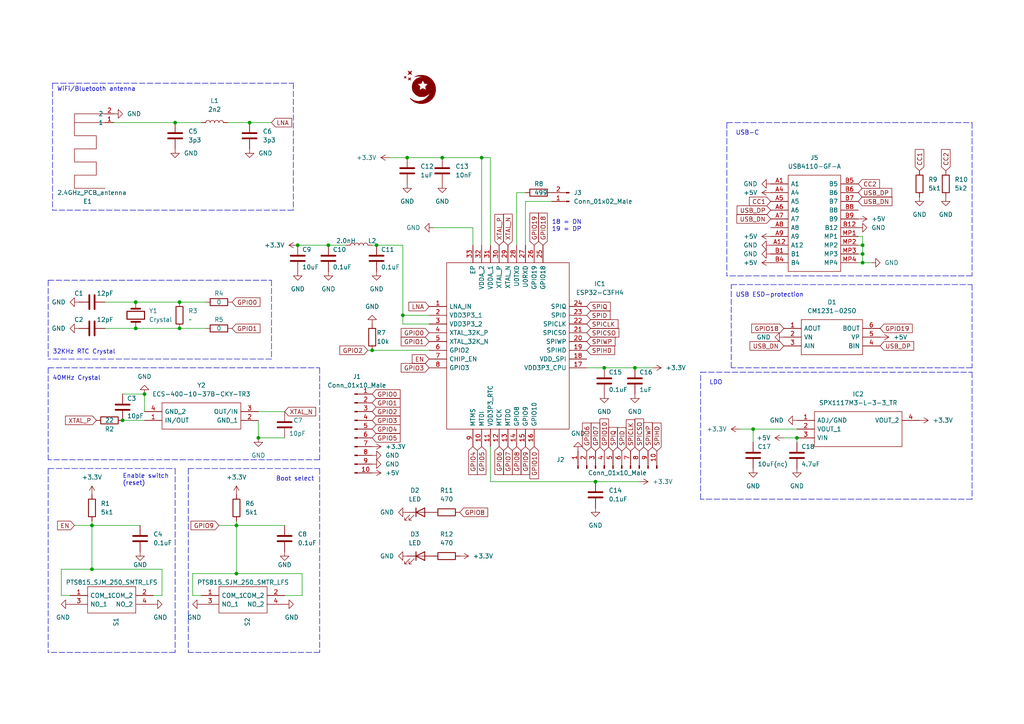
<source format=kicad_sch>
(kicad_sch (version 20211123) (generator eeschema)
  (paper "A4")
  (lib_symbols
    (symbol "Antennas:2.4GHz_PCB_antenna"
      (property "Reference" "E" (at 0 0 0))
      (property "Value" "2.4GHz_PCB_antenna" (at 0 -2.54 0))
      (symbol "2.4GHz_PCB_antenna_1_1"
        (pin bidirectional line (at 6.35 -6.35 270) (length 2.54) (name "1") (number "1"))
        (pin bidirectional line (at 3.81 -6.35 270) (length 2.54) (name "2") (number "2"))
      )
    )
    (symbol "CM1231-02SO:CM1231-02SO" (pin_names (offset 0.762))
      (property "Reference" "D" (at 24.13 7.62 0))
      (property "Value" "CM1231-02SO" (at 24.13 5.08 0))
      (symbol "CM1231-02SO_0_0"
        (pin passive line (at 0 0 0) (length 5.08) (name "AOUT") (number "1"))
        (pin passive line (at 0 -2.54 0) (length 5.08) (name "VN") (number "2"))
        (pin passive line (at 0 -5.08 0) (length 5.08) (name "AIN") (number "3"))
        (pin passive line (at 27.94 -5.08 180) (length 5.08) (name "BIN") (number "4"))
        (pin passive line (at 27.94 -2.54 180) (length 5.08) (name "VP") (number "5"))
        (pin passive line (at 27.94 0 180) (length 5.08) (name "BOUT") (number "6"))
      )
    )
    (symbol "Connector:Conn_01x02_Male" (pin_names (offset 1.016) hide)
      (property "Reference" "J" (at 0 2.54 0))
      (property "Value" "Conn_01x02_Male" (at 0 -5.08 0))
      (symbol "Conn_01x02_Male_1_1"
        (pin passive line (at 5.08 0 180) (length 3.81) (name "Pin_1") (number "1"))
        (pin passive line (at 5.08 -2.54 180) (length 3.81) (name "Pin_2") (number "2"))
      )
    )
    (symbol "Connector:Conn_01x10_Male" (pin_names (offset 1.016) hide)
      (property "Reference" "J" (at 0 12.7 0))
      (property "Value" "Conn_01x10_Male" (at 0 -15.24 0))
      (symbol "Conn_01x10_Male_1_1"
        (pin passive line (at 5.08 10.16 180) (length 3.81) (name "Pin_1") (number "1"))
        (pin passive line (at 5.08 -12.7 180) (length 3.81) (name "Pin_10") (number "10"))
        (pin passive line (at 5.08 7.62 180) (length 3.81) (name "Pin_2") (number "2"))
        (pin passive line (at 5.08 5.08 180) (length 3.81) (name "Pin_3") (number "3"))
        (pin passive line (at 5.08 2.54 180) (length 3.81) (name "Pin_4") (number "4"))
        (pin passive line (at 5.08 0 180) (length 3.81) (name "Pin_5") (number "5"))
        (pin passive line (at 5.08 -2.54 180) (length 3.81) (name "Pin_6") (number "6"))
        (pin passive line (at 5.08 -5.08 180) (length 3.81) (name "Pin_7") (number "7"))
        (pin passive line (at 5.08 -7.62 180) (length 3.81) (name "Pin_8") (number "8"))
        (pin passive line (at 5.08 -10.16 180) (length 3.81) (name "Pin_9") (number "9"))
      )
    )
    (symbol "Custom_Stars1:LOGO" (pin_names (offset 1.016)))
    (symbol "Device:C" (pin_numbers hide) (pin_names (offset 0.254))
      (property "Reference" "C" (at 0.635 2.54 0))
      (property "Value" "C" (at 0.635 -2.54 0))
      (symbol "C_1_1"
        (pin passive line (at 0 3.81 270) (length 2.794) (name "~") (number "1"))
        (pin passive line (at 0 -3.81 90) (length 2.794) (name "~") (number "2"))
      )
    )
    (symbol "Device:Crystal" (pin_numbers hide) (pin_names (offset 1.016) hide)
      (property "Reference" "Y" (at 0 3.81 0))
      (property "Value" "Crystal" (at 0 -3.81 0))
      (symbol "Crystal_1_1"
        (pin passive line (at -3.81 0 0) (length 1.27) (name "1") (number "1"))
        (pin passive line (at 3.81 0 180) (length 1.27) (name "2") (number "2"))
      )
    )
    (symbol "Device:L" (pin_numbers hide) (pin_names (offset 1.016) hide)
      (property "Reference" "L" (at -1.27 0 90))
      (property "Value" "L" (at 1.905 0 90))
      (symbol "L_1_1"
        (pin passive line (at 0 3.81 270) (length 1.27) (name "1") (number "1"))
        (pin passive line (at 0 -3.81 90) (length 1.27) (name "2") (number "2"))
      )
    )
    (symbol "Device:LED" (pin_numbers hide) (pin_names (offset 1.016) hide)
      (property "Reference" "D" (at 0 2.54 0))
      (property "Value" "LED" (at 0 -2.54 0))
      (symbol "LED_1_1"
        (pin passive line (at -3.81 0 0) (length 2.54) (name "K") (number "1"))
        (pin passive line (at 3.81 0 180) (length 2.54) (name "A") (number "2"))
      )
    )
    (symbol "Device:R" (pin_numbers hide) (pin_names (offset 0))
      (property "Reference" "R" (at 2.032 0 90))
      (property "Value" "R" (at 0 0 90))
      (symbol "R_1_1"
        (pin passive line (at 0 3.81 270) (length 1.27) (name "~") (number "1"))
        (pin passive line (at 0 -3.81 90) (length 1.27) (name "~") (number "2"))
      )
    )
    (symbol "ECS-400-10-37B-CKY-TR3:ECS-400-10-37B-CKY-TR3" (pin_names (offset 0.762))
      (property "Reference" "Y" (at 29.21 7.62 0))
      (property "Value" "ECS-400-10-37B-CKY-TR3" (at 29.21 5.08 0))
      (symbol "ECS-400-10-37B-CKY-TR3_0_0"
        (pin passive line (at 0 -2.54 0) (length 5.08) (name "IN/OUT") (number "1"))
        (pin passive line (at 33.02 -2.54 180) (length 5.08) (name "GND_1") (number "2"))
        (pin passive line (at 33.02 0 180) (length 5.08) (name "OUT/IN") (number "3"))
        (pin passive line (at 0 0 0) (length 5.08) (name "GND_2") (number "4"))
      )
    )
    (symbol "ESP32-C3FH4:ESP32-C3FH4" (pin_names (offset 0.762))
      (property "Reference" "IC" (at 41.91 17.78 0))
      (property "Value" "ESP32-C3FH4" (at 41.91 15.24 0))
      (symbol "ESP32-C3FH4_0_0"
        (pin passive line (at 0 0 0) (length 5.08) (name "LNA_IN") (number "1"))
        (pin passive line (at 15.24 -40.64 90) (length 5.08) (name "MTDI") (number "10"))
        (pin passive line (at 17.78 -40.64 90) (length 5.08) (name "VDD3P3_RTC") (number "11"))
        (pin passive line (at 20.32 -40.64 90) (length 5.08) (name "MTCK") (number "12"))
        (pin passive line (at 22.86 -40.64 90) (length 5.08) (name "MTDO") (number "13"))
        (pin passive line (at 25.4 -40.64 90) (length 5.08) (name "GPIO8") (number "14"))
        (pin passive line (at 27.94 -40.64 90) (length 5.08) (name "GPIO9") (number "15"))
        (pin passive line (at 30.48 -40.64 90) (length 5.08) (name "GPIO10") (number "16"))
        (pin passive line (at 45.72 -17.78 180) (length 5.08) (name "VDD3P3_CPU") (number "17"))
        (pin passive line (at 45.72 -15.24 180) (length 5.08) (name "VDD_SPI") (number "18"))
        (pin passive line (at 45.72 -12.7 180) (length 5.08) (name "SPIHD") (number "19"))
        (pin passive line (at 0 -2.54 0) (length 5.08) (name "VDD3P3_1") (number "2"))
        (pin passive line (at 45.72 -10.16 180) (length 5.08) (name "SPIWP") (number "20"))
        (pin passive line (at 45.72 -7.62 180) (length 5.08) (name "SPICS0") (number "21"))
        (pin passive line (at 45.72 -5.08 180) (length 5.08) (name "SPICLK") (number "22"))
        (pin passive line (at 45.72 -2.54 180) (length 5.08) (name "SPID") (number "23"))
        (pin passive line (at 45.72 0 180) (length 5.08) (name "SPIQ") (number "24"))
        (pin passive line (at 33.02 17.78 270) (length 5.08) (name "GPIO18") (number "25"))
        (pin passive line (at 30.48 17.78 270) (length 5.08) (name "GPIO19") (number "26"))
        (pin passive line (at 27.94 17.78 270) (length 5.08) (name "U0RXD") (number "27"))
        (pin passive line (at 25.4 17.78 270) (length 5.08) (name "U0TXD") (number "28"))
        (pin passive line (at 22.86 17.78 270) (length 5.08) (name "XTAL_N") (number "29"))
        (pin passive line (at 0 -5.08 0) (length 5.08) (name "VDD3P3_2") (number "3"))
        (pin passive line (at 20.32 17.78 270) (length 5.08) (name "XTAL_P") (number "30"))
        (pin passive line (at 17.78 17.78 270) (length 5.08) (name "VDDA_1") (number "31"))
        (pin passive line (at 15.24 17.78 270) (length 5.08) (name "VDDA_2") (number "32"))
        (pin passive line (at 12.7 17.78 270) (length 5.08) (name "EP") (number "33"))
        (pin passive line (at 0 -7.62 0) (length 5.08) (name "XTAL_32K_P") (number "4"))
        (pin passive line (at 0 -10.16 0) (length 5.08) (name "XTAL_32K_N") (number "5"))
        (pin passive line (at 0 -12.7 0) (length 5.08) (name "GPIO2") (number "6"))
        (pin passive line (at 0 -15.24 0) (length 5.08) (name "CHIP_EN") (number "7"))
        (pin passive line (at 0 -17.78 0) (length 5.08) (name "GPIO3") (number "8"))
        (pin passive line (at 12.7 -40.64 90) (length 5.08) (name "MTMS") (number "9"))
      )
    )
    (symbol "PTS815_SJM_250_SMTR_LFS:PTS815_SJM_250_SMTR_LFS" (pin_names (offset 0.762))
      (property "Reference" "S" (at 26.67 7.62 0))
      (property "Value" "PTS815_SJM_250_SMTR_LFS" (at 26.67 5.08 0))
      (symbol "PTS815_SJM_250_SMTR_LFS_0_0"
        (pin passive line (at 0 0 0) (length 5.08) (name "COM_1") (number "1"))
        (pin passive line (at 24.13 0 180) (length 5.08) (name "COM_2") (number "2"))
        (pin passive line (at 0 -2.54 0) (length 5.08) (name "NO_1") (number "3"))
        (pin passive line (at 24.13 -2.54 180) (length 5.08) (name "NO_2") (number "4"))
      )
    )
    (symbol "SPX1117M3-L-3-3_TR:SPX1117M3-L-3-3_TR" (pin_names (offset 0.762))
      (property "Reference" "IC" (at 31.75 7.62 0))
      (property "Value" "SPX1117M3-L-3-3_TR" (at 31.75 5.08 0))
      (symbol "SPX1117M3-L-3-3_TR_0_0"
        (pin passive line (at 0 0 0) (length 5.08) (name "ADJ/GND") (number "1"))
        (pin passive line (at 0 -2.54 0) (length 5.08) (name "VOUT_1") (number "2"))
        (pin passive line (at 0 -5.08 0) (length 5.08) (name "VIN") (number "3"))
        (pin passive line (at 35.56 0 180) (length 5.08) (name "VOUT_2") (number "4"))
      )
    )
    (symbol "USB4110-GF-A:USB4110-GF-A" (pin_names (offset 0.762))
      (property "Reference" "J" (at 21.59 7.62 0))
      (property "Value" "USB4110-GF-A" (at 21.59 5.08 0))
      (symbol "USB4110-GF-A_0_0"
        (pin passive line (at 0 0 0) (length 5.08) (name "A1") (number "A1"))
        (pin passive line (at 0 -17.78 0) (length 5.08) (name "A12") (number "A12"))
        (pin passive line (at 0 -2.54 0) (length 5.08) (name "A4") (number "A4"))
        (pin passive line (at 0 -5.08 0) (length 5.08) (name "A5") (number "A5"))
        (pin passive line (at 0 -7.62 0) (length 5.08) (name "A6") (number "A6"))
        (pin passive line (at 0 -10.16 0) (length 5.08) (name "A7") (number "A7"))
        (pin passive line (at 0 -12.7 0) (length 5.08) (name "A8") (number "A8"))
        (pin passive line (at 0 -15.24 0) (length 5.08) (name "A9") (number "A9"))
        (pin passive line (at 0 -20.32 0) (length 5.08) (name "B1") (number "B1"))
        (pin passive line (at 25.4 -12.7 180) (length 5.08) (name "B12") (number "B12"))
        (pin passive line (at 0 -22.86 0) (length 5.08) (name "B4") (number "B4"))
        (pin passive line (at 25.4 0 180) (length 5.08) (name "B5") (number "B5"))
        (pin passive line (at 25.4 -2.54 180) (length 5.08) (name "B6") (number "B6"))
        (pin passive line (at 25.4 -5.08 180) (length 5.08) (name "B7") (number "B7"))
        (pin passive line (at 25.4 -7.62 180) (length 5.08) (name "B8") (number "B8"))
        (pin passive line (at 25.4 -10.16 180) (length 5.08) (name "B9") (number "B9"))
        (pin passive line (at 25.4 -15.24 180) (length 5.08) (name "MP1") (number "MP1"))
        (pin passive line (at 25.4 -17.78 180) (length 5.08) (name "MP2") (number "MP2"))
        (pin passive line (at 25.4 -20.32 180) (length 5.08) (name "MP3") (number "MP3"))
        (pin passive line (at 25.4 -22.86 180) (length 5.08) (name "MP4") (number "MP4"))
      )
    )
    (symbol "power:+3.3V" (power) (pin_names (offset 0))
      (property "Value" "+3.3V" (at 0 3.556 0))
      (symbol "+3.3V_1_1"
        (pin power_in line (at 0 0 90) (length 0) hide (name "+3.3V") (number "1"))
      )
    )
    (symbol "power:+5V" (power) (pin_names (offset 0))
      (property "Value" "+5V" (at 0 3.556 0))
      (symbol "+5V_1_1"
        (pin power_in line (at 0 0 90) (length 0) hide (name "+5V") (number "1"))
      )
    )
    (symbol "power:GND" (power) (pin_names (offset 0))
      (property "Value" "GND" (at 0 -3.81 0))
      (symbol "GND_1_1"
        (pin power_in line (at 0 0 270) (length 0) hide (name "GND") (number "1"))
      )
    )
  )
  (junction (at 68.58 166.37))
  (junction (at 118.11 45.72))
  (junction (at 109.22 71.12))
  (junction (at 95.25 71.12))
  (junction (at 26.67 165.1))
  (junction (at 39.37 95.25))
  (junction (at 52.07 87.63))
  (junction (at 172.72 139.7))
  (junction (at 39.37 87.63))
  (junction (at 52.07 95.25))
  (junction (at 26.67 152.4))
  (junction (at 35.56 121.92))
  (junction (at 72.39 35.56))
  (junction (at 116.84 91.44))
  (junction (at 128.27 45.72))
  (junction (at 74.93 127))
  (junction (at 250.19 73.66))
  (junction (at 175.26 106.68))
  (junction (at 250.19 76.2))
  (junction (at 218.44 124.46))
  (junction (at 184.15 106.68))
  (junction (at 250.19 71.12))
  (junction (at 86.36 71.12))
  (junction (at 139.7 45.72))
  (junction (at 68.58 152.4))
  (junction (at 231.14 127))
  (junction (at 41.91 114.3))
  (junction (at 50.8 35.56))
  (junction (at 107.95 101.6))
  (wire (pts (xy 35.56 121.92) (xy 41.91 121.92)))
  (wire (pts (xy 137.16 71.12) (xy 137.16 66.04)))
  (wire (pts (xy 250.19 73.66) (xy 250.19 76.2)))
  (wire (pts (xy 17.78 165.1) (xy 17.78 172.72)))
  (wire (pts (xy 231.14 127) (xy 231.14 128.27)))
  (polyline (pts (xy 203.2 144.78) (xy 203.2 107.95)))
  (wire (pts (xy 21.59 152.4) (xy 26.67 152.4)))
  (wire (pts (xy 46.99 172.72) (xy 44.45 172.72)))
  (wire (pts (xy 87.63 166.37) (xy 87.63 172.72)))
  (wire (pts (xy 39.37 95.25) (xy 52.07 95.25)))
  (wire (pts (xy 248.92 76.2) (xy 250.19 76.2)))
  (wire (pts (xy 86.36 71.12) (xy 95.25 71.12)))
  (wire (pts (xy 218.44 124.46) (xy 231.14 124.46)))
  (wire (pts (xy 139.7 71.12) (xy 139.7 45.72)))
  (polyline (pts (xy 85.09 24.13) (xy 85.09 60.96)))
  (wire (pts (xy 152.4 71.12) (xy 152.4 58.42)))
  (wire (pts (xy 214.63 124.46) (xy 218.44 124.46)))
  (wire (pts (xy 142.24 139.7) (xy 172.72 139.7)))
  (polyline (pts (xy 281.94 107.95) (xy 281.94 144.78)))
  (wire (pts (xy 107.95 71.12) (xy 109.22 71.12)))
  (polyline (pts (xy 13.97 106.68) (xy 13.97 133.35)))
  (polyline (pts (xy 54.61 135.89) (xy 54.61 189.23)))
  (wire (pts (xy 106.68 101.6) (xy 107.95 101.6)))
  (polyline (pts (xy 85.09 60.96) (xy 15.24 60.96)))
  (wire (pts (xy 20.32 172.72) (xy 17.78 172.72)))
  (wire (pts (xy 87.63 172.72) (xy 82.55 172.72)))
  (polyline (pts (xy 203.2 107.95) (xy 281.94 107.95)))
  (wire (pts (xy 82.55 119.38) (xy 74.93 119.38)))
  (wire (pts (xy 142.24 71.12) (xy 142.24 45.72)))
  (wire (pts (xy 33.02 35.56) (xy 50.8 35.56)))
  (polyline (pts (xy 281.94 80.01) (xy 210.82 80.01)))
  (polyline (pts (xy 13.97 81.28) (xy 78.74 81.28)))
  (polyline (pts (xy 92.71 133.35) (xy 13.97 133.35)))
  (polyline (pts (xy 92.71 135.89) (xy 92.71 189.23)))
  (polyline (pts (xy 13.97 81.28) (xy 13.97 104.14)))
  (wire (pts (xy 149.86 55.88) (xy 152.4 55.88)))
  (wire (pts (xy 63.5 152.4) (xy 68.58 152.4)))
  (polyline (pts (xy 92.71 106.68) (xy 92.71 133.35)))
  (wire (pts (xy 113.03 45.72) (xy 118.11 45.72)))
  (polyline (pts (xy 15.24 24.13) (xy 15.24 60.96)))
  (wire (pts (xy 184.15 106.68) (xy 189.23 106.68)))
  (wire (pts (xy 30.48 95.25) (xy 39.37 95.25)))
  (wire (pts (xy 172.72 139.7) (xy 185.42 139.7)))
  (wire (pts (xy 248.92 71.12) (xy 250.19 71.12)))
  (wire (pts (xy 82.55 152.4) (xy 68.58 152.4)))
  (wire (pts (xy 41.91 114.3) (xy 41.91 119.38)))
  (polyline (pts (xy 281.94 144.78) (xy 203.2 144.78)))
  (wire (pts (xy 50.8 35.56) (xy 58.42 35.56)))
  (wire (pts (xy 68.58 151.13) (xy 68.58 152.4)))
  (wire (pts (xy 227.33 127) (xy 231.14 127)))
  (wire (pts (xy 35.56 114.3) (xy 41.91 114.3)))
  (wire (pts (xy 66.04 35.56) (xy 72.39 35.56)))
  (wire (pts (xy 74.93 121.92) (xy 74.93 127)))
  (wire (pts (xy 125.73 66.04) (xy 137.16 66.04)))
  (wire (pts (xy 74.93 127) (xy 82.55 127)))
  (wire (pts (xy 68.58 166.37) (xy 87.63 166.37)))
  (wire (pts (xy 175.26 106.68) (xy 184.15 106.68)))
  (polyline (pts (xy 54.61 135.89) (xy 92.71 135.89)))
  (wire (pts (xy 26.67 151.13) (xy 26.67 152.4)))
  (polyline (pts (xy 78.74 104.14) (xy 13.97 104.14)))
  (wire (pts (xy 52.07 95.25) (xy 59.69 95.25)))
  (wire (pts (xy 128.27 45.72) (xy 139.7 45.72)))
  (wire (pts (xy 116.84 91.44) (xy 124.46 91.44)))
  (polyline (pts (xy 281.94 82.55) (xy 281.94 106.68)))
  (wire (pts (xy 26.67 152.4) (xy 26.67 165.1)))
  (wire (pts (xy 116.84 93.98) (xy 116.84 91.44)))
  (wire (pts (xy 39.37 87.63) (xy 52.07 87.63)))
  (polyline (pts (xy 50.8 189.23) (xy 13.97 189.23)))
  (wire (pts (xy 152.4 58.42) (xy 160.02 58.42)))
  (polyline (pts (xy 210.82 35.56) (xy 281.94 35.56)))
  (wire (pts (xy 250.19 76.2) (xy 252.73 76.2)))
  (wire (pts (xy 17.78 165.1) (xy 26.67 165.1)))
  (wire (pts (xy 124.46 93.98) (xy 116.84 93.98)))
  (wire (pts (xy 142.24 129.54) (xy 142.24 139.7)))
  (wire (pts (xy 250.19 71.12) (xy 250.19 73.66)))
  (wire (pts (xy 218.44 128.27) (xy 218.44 124.46)))
  (polyline (pts (xy 212.09 82.55) (xy 281.94 82.55)))
  (wire (pts (xy 248.92 73.66) (xy 250.19 73.66)))
  (wire (pts (xy 95.25 71.12) (xy 100.33 71.12)))
  (wire (pts (xy 55.88 172.72) (xy 55.88 166.37)))
  (polyline (pts (xy 13.97 106.68) (xy 92.71 106.68)))
  (polyline (pts (xy 15.24 24.13) (xy 85.09 24.13)))
  (polyline (pts (xy 78.74 81.28) (xy 78.74 104.14)))
  (wire (pts (xy 139.7 45.72) (xy 142.24 45.72)))
  (wire (pts (xy 149.86 71.12) (xy 149.86 55.88)))
  (wire (pts (xy 30.48 87.63) (xy 39.37 87.63)))
  (polyline (pts (xy 281.94 106.68) (xy 212.09 106.68)))
  (polyline (pts (xy 13.97 135.89) (xy 50.8 135.89)))
  (wire (pts (xy 107.95 101.6) (xy 124.46 101.6)))
  (wire (pts (xy 109.22 71.12) (xy 116.84 71.12)))
  (wire (pts (xy 58.42 172.72) (xy 55.88 172.72)))
  (wire (pts (xy 118.11 45.72) (xy 128.27 45.72)))
  (polyline (pts (xy 210.82 35.56) (xy 210.82 80.01)))
  (polyline (pts (xy 92.71 189.23) (xy 54.61 189.23)))
  (polyline (pts (xy 13.97 135.89) (xy 13.97 189.23)))
  (polyline (pts (xy 50.8 135.89) (xy 50.8 189.23)))
  (wire (pts (xy 170.18 106.68) (xy 175.26 106.68)))
  (wire (pts (xy 72.39 35.56) (xy 78.74 35.56)))
  (wire (pts (xy 68.58 152.4) (xy 68.58 166.37)))
  (wire (pts (xy 55.88 166.37) (xy 68.58 166.37)))
  (wire (pts (xy 248.92 68.58) (xy 250.19 68.58)))
  (wire (pts (xy 116.84 91.44) (xy 116.84 71.12)))
  (wire (pts (xy 46.99 165.1) (xy 46.99 172.72)))
  (wire (pts (xy 52.07 87.63) (xy 59.69 87.63)))
  (polyline (pts (xy 212.09 106.68) (xy 212.09 82.55)))
  (wire (pts (xy 26.67 165.1) (xy 46.99 165.1)))
  (wire (pts (xy 250.19 68.58) (xy 250.19 71.12)))
  (wire (pts (xy 40.64 152.4) (xy 26.67 152.4)))
  (polyline (pts (xy 281.94 35.56) (xy 281.94 80.01)))
  (text "LDO\n" (at 205.74 111.76 0) (effects (font (size 1.27 1.27)) (justify left bottom)))
  (text "32KHz RTC Crystal\n" (at 15.24 102.87 0) (effects (font (size 1.27 1.27)) (justify left bottom)))
  (text "USB-C" (at 213.36 39.37 0) (effects (font (size 1.27 1.27)) (justify left bottom)))
  (text "Enable switch\n(reset)\n" (at 35.56 140.97 0) (effects (font (size 1.27 1.27)) (justify left bottom)))
  (text "40MHz Crystal" (at 15.24 110.49 0) (effects (font (size 1.27 1.27)) (justify left bottom)))
  (text "18 = DN\n19 = DP" (at 160.02 67.31 0) (effects (font (size 1.27 1.27)) (justify left bottom)))
  (text "Boot select" (at 80.01 139.7 0) (effects (font (size 1.27 1.27)) (justify left bottom)))
  (text "USB ESD-protection\n" (at 213.36 86.36 0) (effects (font (size 1.27 1.27)) (justify left bottom)))
  (text "WiFi/Bluetooth antenna" (at 16.51 26.67 0) (effects (font (size 1.27 1.27)) (justify left bottom)))
  (global_label "CC1" (shape input) (at 223.52 58.42 180) (property "Intersheet References" "${INTERSHEET_REFS}" (effects hide)))
  (global_label "GPIO2" (shape input) (at 107.95 119.38 0) (property "Intersheet References" "${INTERSHEET_REFS}" (effects hide)))
  (global_label "GPIO8" (shape input) (at 133.35 148.59 0) (property "Intersheet References" "${INTERSHEET_REFS}" (effects hide)))
  (global_label "SPIHD" (shape input) (at 190.5 130.81 90) (property "Intersheet References" "${INTERSHEET_REFS}" (effects hide)))
  (global_label "GPIO0" (shape input) (at 67.31 87.63 0) (property "Intersheet References" "${INTERSHEET_REFS}" (effects hide)))
  (global_label "SPIWP" (shape input) (at 187.96 130.81 90) (property "Intersheet References" "${INTERSHEET_REFS}" (effects hide)))
  (global_label "GPIO1" (shape input) (at 107.95 116.84 0) (property "Intersheet References" "${INTERSHEET_REFS}" (effects hide)))
  (global_label "SPIQ" (shape input) (at 170.18 88.9 0) (property "Intersheet References" "${INTERSHEET_REFS}" (effects hide)))
  (global_label "GPIO2" (shape input) (at 106.68 101.6 180) (property "Intersheet References" "${INTERSHEET_REFS}" (effects hide)))
  (global_label "GPIO5" (shape input) (at 139.7 129.54 270) (property "Intersheet References" "${INTERSHEET_REFS}" (effects hide)))
  (global_label "LNA" (shape input) (at 78.74 35.56 0) (property "Intersheet References" "${INTERSHEET_REFS}" (effects hide)))
  (global_label "SPICLK" (shape input) (at 182.88 130.81 90) (property "Intersheet References" "${INTERSHEET_REFS}" (effects hide)))
  (global_label "GPIO1" (shape input) (at 124.46 99.06 180) (property "Intersheet References" "${INTERSHEET_REFS}" (effects hide)))
  (global_label "GPIO1" (shape input) (at 67.31 95.25 0) (property "Intersheet References" "${INTERSHEET_REFS}" (effects hide)))
  (global_label "SPIQ" (shape input) (at 177.8 130.81 90) (property "Intersheet References" "${INTERSHEET_REFS}" (effects hide)))
  (global_label "USB_DP" (shape input) (at 248.92 55.88 0) (property "Intersheet References" "${INTERSHEET_REFS}" (effects hide)))
  (global_label "XTAL_P" (shape input) (at 27.94 121.92 180) (property "Intersheet References" "${INTERSHEET_REFS}" (effects hide)))
  (global_label "USB_DN" (shape input) (at 223.52 63.5 180) (property "Intersheet References" "${INTERSHEET_REFS}" (effects hide)))
  (global_label "SPID" (shape input) (at 180.34 130.81 90) (property "Intersheet References" "${INTERSHEET_REFS}" (effects hide)))
  (global_label "GPIO6" (shape input) (at 144.78 129.54 270) (property "Intersheet References" "${INTERSHEET_REFS}" (effects hide)))
  (global_label "XTAL_N" (shape input) (at 82.55 119.38 0) (property "Intersheet References" "${INTERSHEET_REFS}" (effects hide)))
  (global_label "SPICLK" (shape input) (at 170.18 93.98 0) (property "Intersheet References" "${INTERSHEET_REFS}" (effects hide)))
  (global_label "USB_DN" (shape input) (at 248.92 58.42 0) (property "Intersheet References" "${INTERSHEET_REFS}" (effects hide)))
  (global_label "GPIO19" (shape input) (at 154.94 71.12 90) (property "Intersheet References" "${INTERSHEET_REFS}" (effects hide)))
  (global_label "GPIO18" (shape input) (at 157.48 71.12 90) (property "Intersheet References" "${INTERSHEET_REFS}" (effects hide)))
  (global_label "EN" (shape input) (at 124.46 104.14 180) (property "Intersheet References" "${INTERSHEET_REFS}" (effects hide)))
  (global_label "LNA" (shape input) (at 124.46 88.9 180) (property "Intersheet References" "${INTERSHEET_REFS}" (effects hide)))
  (global_label "GPIO5" (shape input) (at 107.95 127 0) (property "Intersheet References" "${INTERSHEET_REFS}" (effects hide)))
  (global_label "USB_DN" (shape input) (at 227.33 100.33 180) (property "Intersheet References" "${INTERSHEET_REFS}" (effects hide)))
  (global_label "GPIO9" (shape input) (at 63.5 152.4 180) (property "Intersheet References" "${INTERSHEET_REFS}" (effects hide)))
  (global_label "EN" (shape input) (at 21.59 152.4 180) (property "Intersheet References" "${INTERSHEET_REFS}" (effects hide)))
  (global_label "SPID" (shape input) (at 170.18 91.44 0) (property "Intersheet References" "${INTERSHEET_REFS}" (effects hide)))
  (global_label "SPIWP" (shape input) (at 170.18 99.06 0) (property "Intersheet References" "${INTERSHEET_REFS}" (effects hide)))
  (global_label "USB_DP" (shape input) (at 223.52 60.96 180) (property "Intersheet References" "${INTERSHEET_REFS}" (effects hide)))
  (global_label "GPIO0" (shape input) (at 107.95 114.3 0) (property "Intersheet References" "${INTERSHEET_REFS}" (effects hide)))
  (global_label "GPIO4" (shape input) (at 137.16 129.54 270) (property "Intersheet References" "${INTERSHEET_REFS}" (effects hide)))
  (global_label "CC2" (shape input) (at 248.92 53.34 0) (property "Intersheet References" "${INTERSHEET_REFS}" (effects hide)))
  (global_label "GPIO0" (shape input) (at 124.46 96.52 180) (property "Intersheet References" "${INTERSHEET_REFS}" (effects hide)))
  (global_label "XTAL_N" (shape input) (at 147.32 71.12 90) (property "Intersheet References" "${INTERSHEET_REFS}" (effects hide)))
  (global_label "GPIO7" (shape input) (at 172.72 130.81 90) (property "Intersheet References" "${INTERSHEET_REFS}" (effects hide)))
  (global_label "SPIHD" (shape input) (at 170.18 101.6 0) (property "Intersheet References" "${INTERSHEET_REFS}" (effects hide)))
  (global_label "GPIO10" (shape input) (at 175.26 130.81 90) (property "Intersheet References" "${INTERSHEET_REFS}" (effects hide)))
  (global_label "USB_DP" (shape input) (at 255.27 100.33 0) (property "Intersheet References" "${INTERSHEET_REFS}" (effects hide)))
  (global_label "GPIO8" (shape input) (at 149.86 129.54 270) (property "Intersheet References" "${INTERSHEET_REFS}" (effects hide)))
  (global_label "GPIO4" (shape input) (at 107.95 124.46 0) (property "Intersheet References" "${INTERSHEET_REFS}" (effects hide)))
  (global_label "GPIO3" (shape input) (at 124.46 106.68 180) (property "Intersheet References" "${INTERSHEET_REFS}" (effects hide)))
  (global_label "SPICSO" (shape input) (at 185.42 130.81 90) (property "Intersheet References" "${INTERSHEET_REFS}" (effects hide)))
  (global_label "XTAL_P" (shape input) (at 144.78 71.12 90) (property "Intersheet References" "${INTERSHEET_REFS}" (effects hide)))
  (global_label "SPICSO" (shape input) (at 170.18 96.52 0) (property "Intersheet References" "${INTERSHEET_REFS}" (effects hide)))
  (global_label "GPIO10" (shape input) (at 154.94 129.54 270) (property "Intersheet References" "${INTERSHEET_REFS}" (effects hide)))
  (global_label "CC2" (shape input) (at 274.32 49.53 90) (property "Intersheet References" "${INTERSHEET_REFS}" (effects hide)))
  (global_label "GPIO7" (shape input) (at 147.32 129.54 270) (property "Intersheet References" "${INTERSHEET_REFS}" (effects hide)))
  (global_label "GPIO6" (shape input) (at 170.18 130.81 90) (property "Intersheet References" "${INTERSHEET_REFS}" (effects hide)))
  (global_label "GPIO18" (shape input) (at 227.33 95.25 180) (property "Intersheet References" "${INTERSHEET_REFS}" (effects hide)))
  (global_label "GPIO9" (shape input) (at 152.4 129.54 270) (property "Intersheet References" "${INTERSHEET_REFS}" (effects hide)))
  (global_label "GPIO19" (shape input) (at 255.27 95.25 0) (property "Intersheet References" "${INTERSHEET_REFS}" (effects hide)))
  (global_label "CC1" (shape input) (at 266.7 49.53 90) (property "Intersheet References" "${INTERSHEET_REFS}" (effects hide)))
  (global_label "GPIO3" (shape input) (at 107.95 121.92 0) (property "Intersheet References" "${INTERSHEET_REFS}" (effects hide)))
  (symbol (lib_id "power:GND") (at 118.11 161.29 270) (unit 1)
    (property "Reference" "#PWR02" (effects hide))
    (property "Value" "GND" (at 114.3 161.2899 90) (effects (justify right)))
  )
  (symbol (lib_id "Device:R") (at 156.21 55.88 270) (unit 1)
    (property "Reference" "R8" (at 154.94 53.34 90) (effects (justify left)))
    (property "Value" "499" (at 154.94 55.88 90) (effects (justify left)))
    (property "Footprint" "Resistor_SMD:R_0402_1005Metric" (effects hide))
  )
  (symbol (lib_id "power:+5V") (at 248.92 63.5 270) (unit 1)
    (property "Reference" "#PWR0119" (effects hide))
    (property "Value" "+5V" (at 252.73 63.4999 90) (effects (justify left)))
  )
  (symbol (lib_id "power:+5V") (at 223.52 55.88 90) (unit 1)
    (property "Reference" "#PWR0124" (effects hide))
    (property "Value" "+5V" (at 219.71 55.8799 90) (effects (justify left)))
  )
  (symbol (lib_id "Custom_Stars1:LOGO") (at 121.92 25.4 0) (unit 1)
    (property "Reference" "#G1" (effects hide))
    (property "Value" "LOGO" (effects hide))
  )
  (symbol (lib_id "Device:C") (at 86.36 74.93 0) (unit 1)
    (property "Reference" "C9" (at 87.63 72.39 0) (effects (justify left)))
    (property "Value" "10uF" (at 87.63 77.47 0) (effects (justify left)))
    (property "Footprint" "Capacitor_SMD:C_0402_1005Metric" (effects hide))
  )
  (symbol (lib_id "power:GND") (at 125.73 66.04 270) (unit 1)
    (property "Reference" "#PWR0104" (effects hide))
    (property "Value" "GND" (at 121.92 66.0399 90) (effects (justify right)))
  )
  (symbol (lib_id "power:GND") (at 231.14 135.89 0) (unit 1)
    (property "Reference" "#PWR0111" (effects hide))
    (property "Value" "GND" (at 231.14 140.97 0))
  )
  (symbol (lib_id "CM1231-02SO:CM1231-02SO") (at 227.33 95.25 0) (unit 1)
    (property "Reference" "D1" (at 241.3 87.63 0))
    (property "Value" "CM1231-02SO" (at 241.3 90.17 0))
    (property "Footprint" "SOT95P280X145-6N" (effects hide))
    (property "Datasheet" "https://www.onsemi.com/pub/Collateral/CM1231%20DATA%20SHEET.PDF" (effects hide))
    (property "Description" "ON Semiconductor CM1231-02SO Dual Uni-Directional ESD Protection Array, 225mW peak, 6-Pin SOT-23" (effects hide))
    (property "Height" "1.45" (effects hide))
    (property "Mouser Part Number" "748-CM1231-02SO" (effects hide))
    (property "Mouser Price/Stock" "https://www.mouser.co.uk/ProductDetail/onsemi/CM1231-02SO?qs=LMMkZCEv%2Ff0A85pzA%2FPjNw%3D%3D" (effects hide))
    (property "Manufacturer_Name" "onsemi" (effects hide))
    (property "Manufacturer_Part_Number" "CM1231-02SO" (effects hide))
  )
  (symbol (lib_id "power:GND") (at 107.95 134.62 90) (unit 1)
    (property "Reference" "#PWR0140" (effects hide))
    (property "Value" "GND" (at 111.76 134.6199 90) (effects (justify right)))
  )
  (symbol (lib_id "power:GND") (at 218.44 135.89 0) (unit 1)
    (property "Reference" "#PWR0112" (effects hide))
    (property "Value" "GND" (at 218.44 140.97 0))
  )
  (symbol (lib_id "power:GND") (at 227.33 97.79 270) (unit 1)
    (property "Reference" "#PWR0117" (effects hide))
    (property "Value" "GND" (at 223.52 97.7899 90) (effects (justify right)))
  )
  (symbol (lib_id "power:GND") (at 95.25 78.74 0) (unit 1)
    (property "Reference" "#PWR0143" (effects hide))
    (property "Value" "GND" (at 95.25 83.82 0))
  )
  (symbol (lib_id "power:GND") (at 184.15 114.3 0) (unit 1)
    (property "Reference" "#PWR0110" (effects hide))
    (property "Value" "GND" (at 184.15 119.38 0))
  )
  (symbol (lib_id "power:GND") (at 128.27 53.34 0) (unit 1)
    (property "Reference" "#PWR0102" (effects hide))
    (property "Value" "GND" (at 128.27 58.42 0))
  )
  (symbol (lib_id "power:GND") (at 223.52 73.66 270) (unit 1)
    (property "Reference" "#PWR0128" (effects hide))
    (property "Value" "GND" (at 219.71 73.6599 90) (effects (justify right)))
  )
  (symbol (lib_id "power:GND") (at 118.11 53.34 0) (unit 1)
    (property "Reference" "#PWR0103" (effects hide))
    (property "Value" "GND" (at 118.11 58.42 0))
  )
  (symbol (lib_id "USB4110-GF-A:USB4110-GF-A") (at 223.52 53.34 0) (unit 1)
    (property "Reference" "J5" (at 236.22 45.72 0))
    (property "Value" "USB4110-GF-A" (at 236.22 48.26 0))
    (property "Footprint" "OCT:USB4110GFA" (effects hide))
    (property "Datasheet" "https://gct.co/files/drawings/usb4110.pdf" (effects hide))
    (property "Description" "CONN USB 2.0 TYPE-C R/A SMT" (effects hide))
    (property "Height" "3.26" (effects hide))
    (property "Mouser Part Number" "640-USB4110-GF-A" (effects hide))
    (property "Mouser Price/Stock" "https://www.mouser.co.uk/ProductDetail/GCT/USB4110-GF-A?qs=KUoIvG%2F9IlYiZvIXQjyJeA%3D%3D" (effects hide))
    (property "Manufacturer_Name" "GCT (GLOBAL CONNECTOR TECHNOLOGY)" (effects hide))
    (property "Manufacturer_Part_Number" "USB4110-GF-A" (effects hide))
  )
  (symbol (lib_id "power:+5V") (at 223.52 76.2 90) (unit 1)
    (property "Reference" "#PWR0126" (effects hide))
    (property "Value" "+5V" (at 219.71 76.1999 90) (effects (justify left)))
  )
  (symbol (lib_id "Device:R") (at 266.7 53.34 0) (unit 1)
    (property "Reference" "R9" (at 269.24 52.0699 0) (effects (justify left)))
    (property "Value" "5k1" (at 269.24 54.6099 0) (effects (justify left)))
    (property "Footprint" "Resistor_SMD:R_0402_1005Metric" (effects hide))
  )
  (symbol (lib_id "Device:C") (at 175.26 110.49 0) (unit 1)
    (property "Reference" "C15" (at 176.53 107.95 0) (effects (justify left)))
    (property "Value" "0.1uF" (at 176.53 113.03 0) (effects (justify left)))
    (property "Footprint" "Capacitor_SMD:C_0402_1005Metric" (effects hide))
  )
  (symbol (lib_id "Device:Crystal") (at 39.37 91.44 90) (unit 1)
    (property "Reference" "Y1" (at 43.18 90.1699 90) (effects (justify right)))
    (property "Value" "Crystal" (at 43.18 92.7099 90) (effects (justify right)))
    (property "Footprint" "Crystal:Crystal_C26-LF_D2.1mm_L6.5mm_Horizontal" (effects hide))
  )
  (symbol (lib_id "Device:R") (at 68.58 147.32 0) (unit 1)
    (property "Reference" "R6" (at 71.12 146.0499 0) (effects (justify left)))
    (property "Value" "5k1" (at 71.12 148.5899 0) (effects (justify left)))
    (property "Footprint" "Resistor_SMD:R_0402_1005Metric" (effects hide))
  )
  (symbol (lib_id "power:GND") (at 82.55 175.26 90) (unit 1)
    (property "Reference" "#PWR09" (effects hide))
    (property "Value" "GND" (at 82.55 179.07 90) (effects (justify right)))
  )
  (symbol (lib_id "Device:R") (at 107.95 97.79 0) (unit 1)
    (property "Reference" "R7" (at 109.22 96.52 0) (effects (justify left)))
    (property "Value" "10k" (at 109.22 99.06 0) (effects (justify left)))
    (property "Footprint" "Resistor_SMD:R_0402_1005Metric" (effects hide))
  )
  (symbol (lib_id "power:GND") (at 248.92 66.04 90) (unit 1)
    (property "Reference" "#PWR0120" (effects hide))
    (property "Value" "GND" (at 252.73 66.0399 90) (effects (justify right)))
  )
  (symbol (lib_id "Device:C") (at 82.55 123.19 0) (unit 1)
    (property "Reference" "C7" (at 85.09 121.92 0) (effects (justify left)))
    (property "Value" "10pF" (at 83.82 125.73 0) (effects (justify left)))
    (property "Footprint" "Capacitor_SMD:C_0402_1005Metric" (effects hide))
  )
  (symbol (lib_id "Device:R") (at 129.54 148.59 90) (unit 1)
    (property "Reference" "R11" (at 129.54 142.24 90))
    (property "Value" "470" (at 129.54 144.78 90))
    (property "Footprint" "Resistor_SMD:R_0402_1005Metric" (effects hide))
  )
  (symbol (lib_id "PTS815_SJM_250_SMTR_LFS:PTS815_SJM_250_SMTR_LFS") (at 58.42 172.72 0) (unit 1)
    (property "Reference" "S2" (at 71.7551 179.07 90) (effects (justify right)))
    (property "Value" "PTS815_SJM_250_SMTR_LFS" (at 83.82 168.91 0) (effects (justify right)))
    (property "Footprint" "CK:PTS815SJM250SMTRLFS" (effects hide))
    (property "Datasheet" "https://componentsearchengine.com/Datasheets/1/PTS815 SJM 250 SMTR LFS.pdf" (effects hide))
    (property "Description" "Tactile Switches Tact Switch, 12 VDC, 50 mA, 4.2x3.2, 2.5mm H, 180gf, J leads" (effects hide))
    (property "Height" "2.7" (effects hide))
    (property "Mouser Part Number" "611-PTS815SJM250SMTR" (effects hide))
    (property "Mouser Price/Stock" "https://www.mouser.co.uk/ProductDetail/CK/PTS815-SJM-250-SMTR-LFS?qs=ahcBuItHZ3xKWmfV%2F2E6bA%3D%3D" (effects hide))
    (property "Manufacturer_Name" "C & K COMPONENTS" (effects hide))
    (property "Manufacturer_Part_Number" "PTS815 SJM 250 SMTR LFS" (effects hide))
  )
  (symbol (lib_id "power:+3.3V") (at 26.67 143.51 0) (unit 1)
    (property "Reference" "#PWR0148" (effects hide))
    (property "Value" "+3.3V" (at 26.67 138.43 0))
  )
  (symbol (lib_id "Device:C") (at 82.55 156.21 0) (unit 1)
    (property "Reference" "C8" (at 86.36 154.9399 0) (effects (justify left)))
    (property "Value" "0.1uF" (at 86.36 157.4799 0) (effects (justify left)))
    (property "Footprint" "Capacitor_SMD:C_0402_1005Metric" (effects hide))
  )
  (symbol (lib_id "power:GND") (at 22.86 95.25 270) (unit 1)
    (property "Reference" "#PWR0144" (effects hide))
    (property "Value" "GND" (at 19.05 95.2499 90) (effects (justify right)))
  )
  (symbol (lib_id "power:+3.3V") (at 107.95 129.54 270) (unit 1)
    (property "Reference" "#PWR0107" (effects hide))
    (property "Value" "+3.3V" (at 111.76 129.5399 90) (effects (justify left)))
  )
  (symbol (lib_id "ESP32-C3FH4:ESP32-C3FH4") (at 124.46 88.9 0) (unit 1)
    (property "Reference" "IC1" (at 173.99 82.3212 0))
    (property "Value" "ESP32-C3FH4" (at 173.99 84.8612 0))
    (property "Footprint" "Espressif:ESP32-C3FH4" (effects hide))
    (property "Datasheet" "https://www.espressif.com/sites/default/files/documentation/esp32-c3_datasheet_en.pdf" (effects hide))
    (property "Description" "RF System on a Chip - SoC SMD IC ESP32-C3FH4, single-core MCU, 2.4G Wi-Fi & BLE 5.0 combo, QFN 32-pin, 5*5 mm, 4 MB flash inside, -40C +105C" (effects hide))
    (property "Height" "0.9" (effects hide))
    (property "Mouser Part Number" "356-ESP32-C3FH4" (effects hide))
    (property "Mouser Price/Stock" "https://www.mouser.co.uk/ProductDetail/Espressif-Systems/ESP32-C3FH4?qs=iLbezkQI%252BsgL5PSvEueYlQ%3D%3D" (effects hide))
    (property "Manufacturer_Name" "Espressif Systems" (effects hide))
    (property "Manufacturer_Part_Number" "ESP32-C3FH4" (effects hide))
  )
  (symbol (lib_id "power:+5V") (at 223.52 68.58 90) (unit 1)
    (property "Reference" "#PWR0127" (effects hide))
    (property "Value" "+5V" (at 219.71 68.5799 90) (effects (justify left)))
  )
  (symbol (lib_id "Device:LED") (at 121.92 161.29 0) (unit 1)
    (property "Reference" "D3" (at 120.3325 154.94 0))
    (property "Value" "LED" (at 120.3325 157.48 0))
    (property "Footprint" "LED_SMD:LED_0603_1608Metric" (effects hide))
  )
  (symbol (lib_id "Device:C") (at 35.56 118.11 0) (unit 1)
    (property "Reference" "C3" (at 36.83 115.57 0) (effects (justify left)))
    (property "Value" "10pF" (at 36.83 120.65 0) (effects (justify left)))
    (property "Footprint" "Capacitor_SMD:C_0402_1005Metric" (effects hide))
  )
  (symbol (lib_id "power:GND") (at 50.8 43.18 0) (unit 1)
    (property "Reference" "#PWR0134" (effects hide))
    (property "Value" "GND" (at 53.34 44.4499 0) (effects (justify left)))
  )
  (symbol (lib_id "power:GND") (at 20.32 175.26 270) (unit 1)
    (property "Reference" "#PWR05" (effects hide))
    (property "Value" "GND" (at 20.32 179.07 90) (effects (justify right)))
  )
  (symbol (lib_id "Device:C") (at 109.22 74.93 0) (unit 1)
    (property "Reference" "C11" (at 110.49 72.39 0) (effects (justify left)))
    (property "Value" "0.1uF" (at 110.49 77.47 0) (effects (justify left)))
    (property "Footprint" "Capacitor_SMD:C_0402_1005Metric" (effects hide))
  )
  (symbol (lib_id "power:GND") (at 223.52 53.34 270) (unit 1)
    (property "Reference" "#PWR0125" (effects hide))
    (property "Value" "GND" (at 219.71 53.3399 90) (effects (justify right)))
  )
  (symbol (lib_id "power:GND") (at 118.11 148.59 270) (unit 1)
    (property "Reference" "#PWR01" (effects hide))
    (property "Value" "GND" (at 114.3 148.5899 90) (effects (justify right)))
  )
  (symbol (lib_id "power:GND") (at 72.39 43.18 0) (unit 1)
    (property "Reference" "#PWR0135" (effects hide))
    (property "Value" "GND" (at 74.93 44.4499 0) (effects (justify left)))
  )
  (symbol (lib_id "Device:R") (at 31.75 121.92 90) (unit 1)
    (property "Reference" "R2" (at 31.75 124.46 90))
    (property "Value" "22" (at 31.75 121.92 90))
    (property "Footprint" "Resistor_SMD:R_0402_1005Metric" (effects hide))
  )
  (symbol (lib_id "power:+3.3V") (at 133.35 161.29 270) (unit 1)
    (property "Reference" "#PWR03" (effects hide))
    (property "Value" "+3.3V" (at 137.16 161.2899 90) (effects (justify left)))
  )
  (symbol (lib_id "power:+3.3V") (at 266.7 121.92 270) (unit 1)
    (property "Reference" "#PWR0114" (effects hide))
    (property "Value" "+3.3V" (at 270.51 121.9199 90) (effects (justify left)))
  )
  (symbol (lib_id "power:GND") (at 86.36 78.74 0) (unit 1)
    (property "Reference" "#PWR0141" (effects hide))
    (property "Value" "GND" (at 86.36 83.82 0))
  )
  (symbol (lib_id "Device:C") (at 95.25 74.93 0) (unit 1)
    (property "Reference" "C10" (at 96.52 72.39 0) (effects (justify left)))
    (property "Value" "0.1uF" (at 96.52 77.47 0) (effects (justify left)))
    (property "Footprint" "Capacitor_SMD:C_0402_1005Metric" (effects hide))
  )
  (symbol (lib_id "Device:R") (at 129.54 161.29 90) (unit 1)
    (property "Reference" "R12" (at 129.54 154.94 90))
    (property "Value" "470" (at 129.54 157.48 90))
    (property "Footprint" "Resistor_SMD:R_0402_1005Metric" (effects hide))
  )
  (symbol (lib_id "Device:C") (at 50.8 39.37 0) (unit 1)
    (property "Reference" "C5" (at 54.61 38.0999 0) (effects (justify left)))
    (property "Value" "3p3" (at 54.61 40.6399 0) (effects (justify left)))
    (property "Footprint" "Capacitor_SMD:C_0402_1005Metric" (effects hide))
  )
  (symbol (lib_id "Device:C") (at 26.67 95.25 90) (unit 1)
    (property "Reference" "C2" (at 22.86 92.71 90))
    (property "Value" "12pF" (at 30.48 92.71 90))
    (property "Footprint" "Capacitor_SMD:C_0402_1005Metric" (effects hide))
  )
  (symbol (lib_id "power:+5V") (at 227.33 127 90) (unit 1)
    (property "Reference" "#PWR0116" (effects hide))
    (property "Value" "+5V" (at 223.52 126.9999 90) (effects (justify left)))
  )
  (symbol (lib_id "Device:C") (at 72.39 39.37 0) (unit 1)
    (property "Reference" "C6" (at 76.2 38.0999 0) (effects (justify left)))
    (property "Value" "3p3" (at 76.2 40.6399 0) (effects (justify left)))
    (property "Footprint" "Capacitor_SMD:C_0402_1005Metric" (effects hide))
  )
  (symbol (lib_id "Connector:Conn_01x10_Male") (at 177.8 135.89 90) (unit 1)
    (property "Reference" "J2" (at 162.56 133.35 90))
    (property "Value" "Conn_01x10_Male" (at 179.07 137.16 90))
    (property "Footprint" "Connector_PinHeader_2.54mm:PinHeader_1x10_P2.54mm_Vertical" (effects hide))
  )
  (symbol (lib_id "power:+5V") (at 255.27 97.79 270) (unit 1)
    (property "Reference" "#PWR0113" (effects hide))
    (property "Value" "+5V" (at 259.08 97.7899 90) (effects (justify left)))
  )
  (symbol (lib_id "Device:R") (at 63.5 87.63 90) (unit 1)
    (property "Reference" "R4" (at 63.5 85.09 90))
    (property "Value" "0" (at 63.5 87.63 90))
    (property "Footprint" "Resistor_SMD:R_0402_1005Metric" (effects hide))
  )
  (symbol (lib_id "Connector:Conn_01x02_Male") (at 165.1 58.42 180) (unit 1)
    (property "Reference" "J3" (at 166.37 55.8799 0) (effects (justify right)))
    (property "Value" "Conn_01x02_Male" (at 166.37 58.4199 0) (effects (justify right)))
    (property "Footprint" "Connector_PinHeader_2.54mm:PinHeader_1x02_P2.54mm_Vertical" (effects hide))
  )
  (symbol (lib_id "power:GND") (at 74.93 127 0) (unit 1)
    (property "Reference" "#PWR0132" (effects hide))
    (property "Value" "GND" (at 74.93 132.08 0))
  )
  (symbol (lib_id "Device:L") (at 104.14 71.12 90) (unit 1)
    (property "Reference" "L2" (at 107.95 69.85 90))
    (property "Value" "2.0nH" (at 100.33 69.85 90))
    (property "Footprint" "Inductor_SMD:L_0402_1005Metric" (effects hide))
  )
  (symbol (lib_id "power:+3.3V") (at 185.42 139.7 270) (unit 1)
    (property "Reference" "#PWR0108" (effects hide))
    (property "Value" "+3.3V" (at 189.23 139.6999 90) (effects (justify left)))
  )
  (symbol (lib_id "Device:C") (at 40.64 156.21 0) (unit 1)
    (property "Reference" "C4" (at 44.45 154.9399 0) (effects (justify left)))
    (property "Value" "0.1uF" (at 44.45 157.4799 0) (effects (justify left)))
    (property "Footprint" "Capacitor_SMD:C_0402_1005Metric" (effects hide))
  )
  (symbol (lib_id "power:GND") (at 44.45 175.26 90) (unit 1)
    (property "Reference" "#PWR06" (effects hide))
    (property "Value" "GND" (at 44.45 179.07 90) (effects (justify right)))
  )
  (symbol (lib_id "power:+3.3V") (at 189.23 106.68 270) (unit 1)
    (property "Reference" "#PWR0105" (effects hide))
    (property "Value" "+3.3V" (at 193.04 106.6799 90) (effects (justify left)))
  )
  (symbol (lib_id "Device:R") (at 26.67 147.32 0) (unit 1)
    (property "Reference" "R1" (at 29.21 146.0499 0) (effects (justify left)))
    (property "Value" "5k1" (at 29.21 148.5899 0) (effects (justify left)))
    (property "Footprint" "Resistor_SMD:R_0402_1005Metric" (effects hide))
  )
  (symbol (lib_id "Device:C") (at 172.72 143.51 0) (unit 1)
    (property "Reference" "C14" (at 176.53 142.2399 0) (effects (justify left)))
    (property "Value" "0.1uF" (at 176.53 144.7799 0) (effects (justify left)))
    (property "Footprint" "Capacitor_SMD:C_0402_1005Metric" (effects hide))
  )
  (symbol (lib_id "power:+3.3V") (at 68.58 143.51 0) (unit 1)
    (property "Reference" "#PWR0131" (effects hide))
    (property "Value" "+3.3V" (at 68.58 138.43 0))
  )
  (symbol (lib_id "ECS-400-10-37B-CKY-TR3:ECS-400-10-37B-CKY-TR3") (at 41.91 119.38 0) (unit 1)
    (property "Reference" "Y2" (at 58.42 111.76 0))
    (property "Value" "ECS-400-10-37B-CKY-TR3" (at 58.42 114.3 0))
    (property "Footprint" "ECS:ECS4001037BCKYTR3" (effects hide))
    (property "Datasheet" "https://ecsxtal.com/store/pdf/ECX-1637B.pdf" (effects hide))
    (property "Description" "Crystals 40.000 MHz 10pF ECX-1637B 10/10 ppm -30 ~{} +85C 1 ppm Aging 2016 4-SMD RoHS" (effects hide))
    (property "Height" "0.5" (effects hide))
    (property "Mouser Part Number" "520-EC4001037BCKYTR3" (effects hide))
    (property "Mouser Price/Stock" "https://www.mouser.co.uk/ProductDetail/ECS/ECS-400-10-37B-CKY-TR3?qs=TCDPyi3sCW2VtaBG%252B2IQWA%3D%3D" (effects hide))
    (property "Manufacturer_Name" "ECS" (effects hide))
    (property "Manufacturer_Part_Number" "ECS-400-10-37B-CKY-TR3" (effects hide))
  )
  (symbol (lib_id "Device:R") (at 63.5 95.25 90) (unit 1)
    (property "Reference" "R5" (at 63.5 92.71 90))
    (property "Value" "0" (at 63.5 95.25 90))
    (property "Footprint" "Resistor_SMD:R_0402_1005Metric" (effects hide))
  )
  (symbol (lib_id "power:GND") (at 274.32 57.15 0) (unit 1)
    (property "Reference" "#PWR0121" (effects hide))
    (property "Value" "GND" (at 274.32 62.23 0))
  )
  (symbol (lib_id "power:GND") (at 266.7 57.15 0) (unit 1)
    (property "Reference" "#PWR0122" (effects hide))
    (property "Value" "GND" (at 266.7 62.23 0))
  )
  (symbol (lib_id "Device:LED") (at 121.92 148.59 0) (unit 1)
    (property "Reference" "D2" (at 120.3325 142.24 0))
    (property "Value" "LED" (at 120.3325 144.78 0))
    (property "Footprint" "LED_SMD:LED_0603_1608Metric" (effects hide))
  )
  (symbol (lib_id "power:+3.3V") (at 214.63 124.46 90) (unit 1)
    (property "Reference" "#PWR0118" (effects hide))
    (property "Value" "+3.3V" (at 210.82 124.4599 90) (effects (justify left)))
  )
  (symbol (lib_id "power:+3.3V") (at 113.03 45.72 90) (unit 1)
    (property "Reference" "#PWR0101" (effects hide))
    (property "Value" "+3.3V" (at 109.22 45.7199 90) (effects (justify left)))
  )
  (symbol (lib_id "Antennas:2.4GHz_PCB_antenna") (at 39.37 29.21 270) (unit 1)
    (property "Reference" "E1" (at 25.4 58.42 90))
    (property "Value" "2.4GHz_PCB_antenna" (at 26.67 55.88 90))
    (property "Footprint" "RF_Antenna:Texas_SWRA117D_2.4GHz_Right" (effects hide))
  )
  (symbol (lib_id "power:GND") (at 41.91 114.3 180) (unit 1)
    (property "Reference" "#PWR0146" (effects hide))
    (property "Value" "GND" (at 41.91 109.22 0))
  )
  (symbol (lib_id "Device:C") (at 184.15 110.49 0) (unit 1)
    (property "Reference" "C16" (at 185.42 107.95 0) (effects (justify left)))
    (property "Value" "1uF" (at 185.42 113.03 0) (effects (justify left)))
    (property "Footprint" "Capacitor_SMD:C_0402_1005Metric" (effects hide))
  )
  (symbol (lib_id "PTS815_SJM_250_SMTR_LFS:PTS815_SJM_250_SMTR_LFS") (at 20.32 172.72 0) (unit 1)
    (property "Reference" "S1" (at 33.6551 179.07 90) (effects (justify right)))
    (property "Value" "PTS815_SJM_250_SMTR_LFS" (at 45.72 168.91 0) (effects (justify right)))
    (property "Footprint" "CK:PTS815SJM250SMTRLFS" (effects hide))
    (property "Datasheet" "https://componentsearchengine.com/Datasheets/1/PTS815 SJM 250 SMTR LFS.pdf" (effects hide))
    (property "Description" "Tactile Switches Tact Switch, 12 VDC, 50 mA, 4.2x3.2, 2.5mm H, 180gf, J leads" (effects hide))
    (property "Height" "2.7" (effects hide))
    (property "Mouser Part Number" "611-PTS815SJM250SMTR" (effects hide))
    (property "Mouser Price/Stock" "https://www.mouser.co.uk/ProductDetail/CK/PTS815-SJM-250-SMTR-LFS?qs=ahcBuItHZ3xKWmfV%2F2E6bA%3D%3D" (effects hide))
    (property "Manufacturer_Name" "C & K COMPONENTS" (effects hide))
    (property "Manufacturer_Part_Number" "PTS815 SJM 250 SMTR LFS" (effects hide))
  )
  (symbol (lib_id "Device:C") (at 128.27 49.53 0) (unit 1)
    (property "Reference" "C13" (at 132.08 48.2599 0) (effects (justify left)))
    (property "Value" "10nF" (at 132.08 50.7999 0) (effects (justify left)))
    (property "Footprint" "Capacitor_SMD:C_0402_1005Metric" (effects hide))
  )
  (symbol (lib_id "power:GND") (at 107.95 93.98 180) (unit 1)
    (property "Reference" "#PWR0137" (effects hide))
    (property "Value" "GND" (at 107.95 88.9 0))
  )
  (symbol (lib_id "Device:L") (at 62.23 35.56 90) (unit 1)
    (property "Reference" "L1" (at 62.23 29.21 90))
    (property "Value" "2n2" (at 62.23 31.75 90))
    (property "Footprint" "Inductor_SMD:L_0402_1005Metric" (effects hide))
  )
  (symbol (lib_id "power:GND") (at 231.14 121.92 270) (unit 1)
    (property "Reference" "#PWR0115" (effects hide))
    (property "Value" "GND" (at 227.33 121.9199 90) (effects (justify right)))
  )
  (symbol (lib_id "power:GND") (at 58.42 175.26 270) (unit 1)
    (property "Reference" "#PWR07" (effects hide))
    (property "Value" "GND" (at 58.42 179.07 90) (effects (justify right)))
  )
  (symbol (lib_id "power:GND") (at 252.73 76.2 90) (unit 1)
    (property "Reference" "#PWR0123" (effects hide))
    (property "Value" "GND" (at 256.54 76.1999 90) (effects (justify right)))
  )
  (symbol (lib_id "Device:C") (at 218.44 132.08 0) (unit 1)
    (property "Reference" "C17" (at 219.71 129.54 0) (effects (justify left)))
    (property "Value" "10uF(nc)" (at 219.71 134.62 0) (effects (justify left)))
    (property "Footprint" "Capacitor_SMD:C_0402_1005Metric" (effects hide))
  )
  (symbol (lib_id "power:GND") (at 167.64 130.81 180) (unit 1)
    (property "Reference" "#PWR04" (effects hide))
    (property "Value" "GND" (at 167.64 125.73 0))
  )
  (symbol (lib_id "Device:R") (at 274.32 53.34 0) (unit 1)
    (property "Reference" "R10" (at 276.86 52.0699 0) (effects (justify left)))
    (property "Value" "5k2" (at 276.86 54.6099 0) (effects (justify left)))
    (property "Footprint" "Resistor_SMD:R_0402_1005Metric" (effects hide))
  )
  (symbol (lib_id "power:GND") (at 223.52 71.12 270) (unit 1)
    (property "Reference" "#PWR0129" (effects hide))
    (property "Value" "GND" (at 219.71 71.1199 90) (effects (justify right)))
  )
  (symbol (lib_id "SPX1117M3-L-3-3_TR:SPX1117M3-L-3-3_TR") (at 231.14 121.92 0) (unit 1)
    (property "Reference" "IC2" (at 248.92 114.3 0))
    (property "Value" "SPX1117M3-L-3-3_TR" (at 248.92 116.84 0))
    (property "Footprint" "MaxLinear:SOT230P700X180-4N" (effects hide))
    (property "Datasheet" "https://componentsearchengine.com/Datasheets/1/SPX1117M3-L-3-3_TR.pdf" (effects hide))
    (property "Description" "LDO Voltage Regulators 800mALOW DROPOUT" (effects hide))
    (property "Height" "1.8" (effects hide))
    (property "Mouser Part Number" "701-SPX1117M3-L-33TR" (effects hide))
    (property "Mouser Price/Stock" "https://www.mouser.co.uk/ProductDetail/MaxLinear/SPX1117M3-L-3-3-TR?qs=S%2FCBhQS5rCofor8XCFP4ag%3D%3D" (effects hide))
    (property "Manufacturer_Name" "MaxLinear, Inc." (effects hide))
    (property "Manufacturer_Part_Number" "SPX1117M3-L-3-3/TR" (effects hide))
  )
  (symbol (lib_id "power:GND") (at 33.02 33.02 90) (unit 1)
    (property "Reference" "#PWR0133" (effects hide))
    (property "Value" "GND" (at 36.83 33.0199 90) (effects (justify right)))
  )
  (symbol (lib_id "Device:C") (at 26.67 87.63 90) (unit 1)
    (property "Reference" "C1" (at 22.86 85.09 90))
    (property "Value" "12pF" (at 30.48 85.09 90))
    (property "Footprint" "Capacitor_SMD:C_0402_1005Metric" (effects hide))
  )
  (symbol (lib_id "power:+3.3V") (at 86.36 71.12 90) (unit 1)
    (property "Reference" "#PWR0142" (effects hide))
    (property "Value" "+3.3V" (at 82.55 71.1199 90) (effects (justify left)))
  )
  (symbol (lib_id "power:GND") (at 82.55 160.02 0) (unit 1)
    (property "Reference" "#PWR08" (effects hide))
    (property "Value" "GND" (at 82.55 163.83 0))
  )
  (symbol (lib_id "Connector:Conn_01x10_Male") (at 102.87 124.46 0) (unit 1)
    (property "Reference" "J1" (at 103.505 109.22 0))
    (property "Value" "Conn_01x10_Male" (at 103.505 111.76 0))
    (property "Footprint" "Connector_PinHeader_2.54mm:PinHeader_1x10_P2.54mm_Vertical" (effects hide))
  )
  (symbol (lib_id "power:GND") (at 107.95 132.08 90) (unit 1)
    (property "Reference" "#PWR0138" (effects hide))
    (property "Value" "GND" (at 111.76 132.0799 90) (effects (justify right)))
  )
  (symbol (lib_id "Device:R") (at 52.07 91.44 0) (unit 1)
    (property "Reference" "R3" (at 54.61 90.1699 0) (effects (justify left)))
    (property "Value" "~" (at 54.61 92.7099 0) (effects (justify left)))
    (property "Footprint" "Resistor_SMD:R_0402_1005Metric" (effects hide))
  )
  (symbol (lib_id "power:GND") (at 40.64 160.02 0) (unit 1)
    (property "Reference" "#PWR0147" (effects hide))
    (property "Value" "GND" (at 40.64 163.83 0))
  )
  (symbol (lib_id "power:GND") (at 172.72 147.32 0) (unit 1)
    (property "Reference" "#PWR0106" (effects hide))
    (property "Value" "GND" (at 172.72 152.4 0))
  )
  (symbol (lib_id "power:+5V") (at 107.95 137.16 270) (unit 1)
    (property "Reference" "#PWR0139" (effects hide))
    (property "Value" "+5V" (at 111.76 137.1599 90) (effects (justify left)))
  )
  (symbol (lib_id "Device:C") (at 231.14 132.08 0) (unit 1)
    (property "Reference" "C18" (at 232.41 129.54 0) (effects (justify left)))
    (property "Value" "4.7uF" (at 232.41 134.62 0) (effects (justify left)))
    (property "Footprint" "Capacitor_SMD:C_0402_1005Metric" (effects hide))
  )
  (symbol (lib_id "power:GND") (at 175.26 114.3 0) (unit 1)
    (property "Reference" "#PWR0109" (effects hide))
    (property "Value" "GND" (at 175.26 119.38 0))
  )
  (symbol (lib_id "Device:C") (at 118.11 49.53 0) (unit 1)
    (property "Reference" "C12" (at 121.92 48.2599 0) (effects (justify left)))
    (property "Value" "1uF" (at 121.92 50.7999 0) (effects (justify left)))
    (property "Footprint" "Capacitor_SMD:C_0402_1005Metric" (effects hide))
  )
  (symbol (lib_id "power:GND") (at 22.86 87.63 270) (unit 1)
    (property "Reference" "#PWR0145" (effects hide))
    (property "Value" "GND" (at 19.05 87.6299 90) (effects (justify right)))
  )
  (symbol (lib_id "power:GND") (at 109.22 78.74 0) (unit 1)
    (property "Reference" "#PWR0136" (effects hide))
    (property "Value" "GND" (at 109.22 83.82 0))
  )
)
</source>
